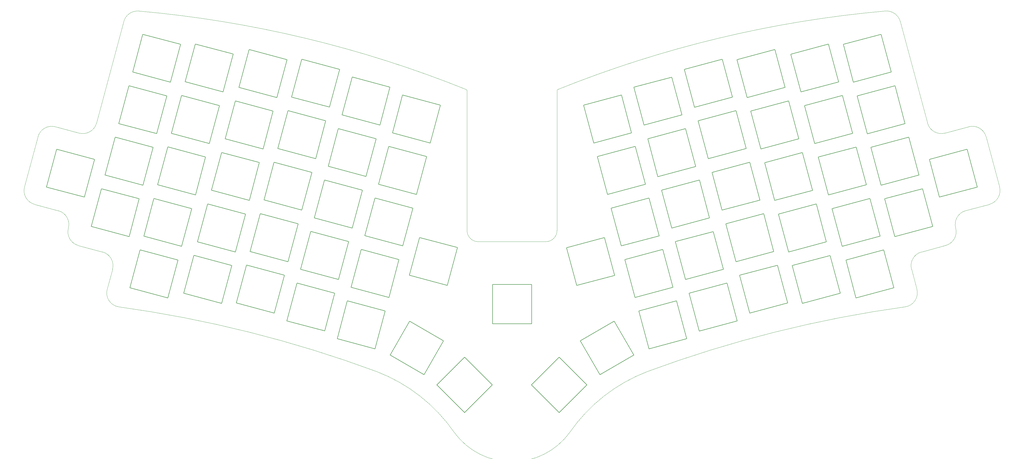
<source format=gm1>
G04 #@! TF.GenerationSoftware,KiCad,Pcbnew,8.0.2*
G04 #@! TF.CreationDate,2024-06-03T01:18:32+01:00*
G04 #@! TF.ProjectId,Ashwing66_topplate,41736877-696e-4673-9636-5f746f70706c,1*
G04 #@! TF.SameCoordinates,Original*
G04 #@! TF.FileFunction,Profile,NP*
%FSLAX46Y46*%
G04 Gerber Fmt 4.6, Leading zero omitted, Abs format (unit mm)*
G04 Created by KiCad (PCBNEW 8.0.2) date 2024-06-03 01:18:32*
%MOMM*%
%LPD*%
G01*
G04 APERTURE LIST*
G04 #@! TA.AperFunction,Profile*
%ADD10C,0.100000*%
G04 #@! TD*
G04 #@! TA.AperFunction,Profile*
%ADD11C,0.150000*%
G04 #@! TD*
G04 APERTURE END LIST*
D10*
X200363552Y-169540917D02*
G75*
G02*
X196363583Y-165540917I48J4000017D01*
G01*
X64030647Y-127131240D02*
G75*
G02*
X57808944Y-130723316I-4906847J1314740D01*
G01*
X57559482Y-170901821D02*
G75*
G02*
X53967319Y-164680107I1314918J4907021D01*
G01*
X382975375Y-156172190D02*
X374497129Y-158446109D01*
X228503552Y-165530917D02*
G75*
G02*
X224503552Y-169530852I-3999952J17D01*
G01*
X41897037Y-156184490D02*
G75*
G02*
X38304944Y-149962783I1314963J4906990D01*
G01*
X164040147Y-215952232D02*
G75*
G02*
X191912523Y-237866079I-21253447J-55714868D01*
G01*
X71847809Y-192820366D02*
G75*
G02*
X164040147Y-215952232I-59770929J-433500554D01*
G01*
X345800473Y-87077667D02*
G75*
G02*
X351126693Y-90853775I385927J-5100033D01*
G01*
X196023552Y-115120917D02*
G75*
G02*
X196363482Y-115590921I-194752J-498783D01*
G01*
X367312928Y-170889519D02*
X358725850Y-173190425D01*
X370905029Y-164667821D02*
G75*
G02*
X374497112Y-158446047I4906971J1314821D01*
G01*
X196363552Y-165540917D02*
X196363552Y-115590917D01*
X79066631Y-87087667D02*
G75*
G02*
X196023553Y-115120916I-36110781J-408650393D01*
G01*
X355133738Y-179412122D02*
G75*
G02*
X358725830Y-173190351I4906962J1314822D01*
G01*
X50375279Y-158458413D02*
G75*
G02*
X53967325Y-164680109I-1314679J-4906787D01*
G01*
X357040207Y-186527135D02*
G75*
G02*
X353024614Y-192808145I-4876207J-1306665D01*
G01*
X66146560Y-173202726D02*
X57559482Y-170901821D01*
X386567470Y-149950479D02*
G75*
G02*
X382975382Y-156172215I-4906570J-1315021D01*
G01*
X260832262Y-215939933D02*
G75*
G02*
X353024600Y-192808061I151962938J-410367267D01*
G01*
X355133738Y-179412122D02*
X357040207Y-186527135D01*
X228503552Y-165530917D02*
X228503552Y-115580917D01*
X67832207Y-186539437D02*
X69738671Y-179424426D01*
X38304942Y-149962782D02*
X43107903Y-132045597D01*
X71847809Y-192820366D02*
G75*
G02*
X67832220Y-186539440I860991J4974566D01*
G01*
X64030647Y-127131240D02*
X73745667Y-90866063D01*
X66146560Y-173202726D02*
G75*
G02*
X69738707Y-179424436I-1314860J-4906974D01*
G01*
X370905029Y-164667821D02*
G75*
G02*
X367312914Y-170889466I-4907029J-1314679D01*
G01*
X351126744Y-90853761D02*
X360841765Y-127118938D01*
X375542807Y-128441193D02*
X367063474Y-130711034D01*
X50375279Y-158458413D02*
X41897037Y-156184490D01*
X57808939Y-130723334D02*
X49329603Y-128453498D01*
X232953116Y-237856083D02*
G75*
G02*
X260832259Y-215939924I49141084J-33821117D01*
G01*
X73745667Y-90866063D02*
G75*
G02*
X79071936Y-87089961I4940193J-1323787D01*
G01*
X224503552Y-169530917D02*
X200363552Y-169540917D01*
X367063474Y-130711034D02*
G75*
G02*
X360841750Y-127118942I-1314974J4906634D01*
G01*
X375542807Y-128441193D02*
G75*
G02*
X381764537Y-132033291I1314993J-4906607D01*
G01*
X228503552Y-115580917D02*
G75*
G02*
X228843527Y-115110854I534748J-28783D01*
G01*
X43107903Y-132045597D02*
G75*
G02*
X49329603Y-128453499I4906877J-1314763D01*
G01*
X381764511Y-132033298D02*
X386567470Y-149950479D01*
X232953116Y-237856083D02*
G75*
G02*
X191912525Y-237866077I-20523976J15107843D01*
G01*
X228843552Y-115110917D02*
G75*
G02*
X345800474Y-87077680I153067648J-380617083D01*
G01*
D11*
X249045528Y-181574312D02*
X235522566Y-185197779D01*
X231899099Y-171674817D01*
X245422061Y-168051351D01*
X249045528Y-181574312D01*
X98057019Y-157691946D02*
X94433552Y-171214907D01*
X80910591Y-167591441D01*
X84534057Y-154068479D01*
X98057019Y-157691946D01*
X343911195Y-167591837D02*
X330388233Y-171215304D01*
X326764766Y-157692342D01*
X340287728Y-154068876D01*
X343911195Y-167591837D01*
X260055043Y-149026090D02*
X246532081Y-152649557D01*
X242908614Y-139126595D01*
X256431576Y-135503129D01*
X260055043Y-149026090D01*
X334050184Y-130790068D02*
X320527222Y-134413535D01*
X316903755Y-120890573D01*
X330426717Y-117267107D01*
X334050184Y-130790068D01*
X329651927Y-187979082D02*
X316128965Y-191602549D01*
X312505498Y-178079587D01*
X326028460Y-174456121D01*
X329651927Y-187979082D01*
X102987523Y-139291052D02*
X99364056Y-152814013D01*
X85841095Y-149190547D01*
X89464561Y-135667585D01*
X102987523Y-139291052D01*
X89128579Y-117409809D02*
X85505112Y-130932770D01*
X71982151Y-127309304D01*
X75605617Y-113786342D01*
X89128579Y-117409809D01*
X122196133Y-141256170D02*
X118572666Y-154779131D01*
X105049705Y-151155665D01*
X108673171Y-137632703D01*
X122196133Y-141256170D01*
X94068501Y-98998294D02*
X90445034Y-112521255D01*
X76922073Y-108897789D01*
X80545539Y-95374827D01*
X94068501Y-98998294D01*
X347909139Y-108908819D02*
X334386177Y-112532286D01*
X330762710Y-99009324D01*
X344285672Y-95385858D01*
X347909139Y-108908819D01*
X131111618Y-181537614D02*
X127488151Y-195060575D01*
X113965190Y-191437109D01*
X117588656Y-177914147D01*
X131111618Y-181537614D01*
X158988488Y-151127799D02*
X155365021Y-164650760D01*
X141842060Y-161027294D01*
X145465526Y-147504332D01*
X158988488Y-151127799D01*
X255124542Y-130625212D02*
X241601580Y-134248679D01*
X237978113Y-120725717D01*
X251501075Y-117102251D01*
X255124542Y-130625212D01*
X329116840Y-112403093D02*
X315593878Y-116026560D01*
X311970411Y-102503598D01*
X325493373Y-98880132D01*
X329116840Y-112403093D01*
X205443553Y-184853845D02*
X219443553Y-184853845D01*
X219443553Y-198853845D01*
X205443553Y-198853845D01*
X205443553Y-184853845D01*
X154067399Y-169518052D02*
X150443932Y-183041013D01*
X136920971Y-179417547D01*
X140544437Y-165894585D01*
X154067399Y-169518052D01*
X205395164Y-220693921D02*
X195495669Y-230593416D01*
X185596174Y-220693921D01*
X195495669Y-210794426D01*
X205395164Y-220693921D01*
X292850154Y-197840094D02*
X279327192Y-201463561D01*
X275703725Y-187940599D01*
X289226687Y-184317133D01*
X292850154Y-197840094D01*
X378634570Y-149988238D02*
X365111608Y-153611705D01*
X361488141Y-140088743D01*
X375011103Y-136465277D01*
X378634570Y-149988238D01*
X177004355Y-157519745D02*
X173380888Y-171042706D01*
X159857927Y-167419240D01*
X163481393Y-153896278D01*
X177004355Y-157519745D01*
X278058643Y-142637434D02*
X264535681Y-146260901D01*
X260912214Y-132737939D01*
X274435176Y-129114473D01*
X278058643Y-142637434D01*
X287922502Y-179425295D02*
X274399540Y-183048762D01*
X270776073Y-169525800D01*
X284299035Y-165902334D01*
X287922502Y-179425295D01*
X264985544Y-167426982D02*
X251462582Y-171050449D01*
X247839115Y-157527487D01*
X261362077Y-153904021D01*
X264985544Y-167426982D01*
X163928409Y-132716286D02*
X160304942Y-146239247D01*
X146781981Y-142615781D01*
X150405447Y-129092819D01*
X163928409Y-132716286D01*
X192948507Y-171655227D02*
X189325040Y-185178188D01*
X175802079Y-181554722D01*
X179425545Y-168031760D01*
X192948507Y-171655227D01*
X181934858Y-139118860D02*
X178311391Y-152641821D01*
X164788430Y-149018355D01*
X168411896Y-135495393D01*
X181934858Y-139118860D01*
X305926097Y-173036629D02*
X292403135Y-176660096D01*
X288779668Y-163137134D01*
X302302630Y-159513668D01*
X305926097Y-173036629D01*
X310853757Y-191451429D02*
X297330795Y-195074896D01*
X293707328Y-181551934D01*
X307230290Y-177928468D01*
X310853757Y-191451429D01*
X187998866Y-204938757D02*
X180998866Y-217063113D01*
X168874511Y-210063113D01*
X175874511Y-197938757D01*
X187998866Y-204938757D01*
X269913209Y-185841783D02*
X256390247Y-189465250D01*
X252766780Y-175942288D01*
X266289742Y-172318822D01*
X269913209Y-185841783D01*
X167143350Y-194321518D02*
X163519883Y-207844479D01*
X149996922Y-204221013D01*
X153620388Y-190698051D01*
X167143350Y-194321518D01*
X296065099Y-136234861D02*
X282542137Y-139858328D01*
X278918670Y-126335366D01*
X292441632Y-122711900D01*
X296065099Y-136234861D01*
X127117220Y-122865901D02*
X123493753Y-136388862D01*
X109970792Y-132765396D01*
X113594258Y-119242434D01*
X127117220Y-122865901D01*
X168858913Y-114315402D02*
X165235446Y-127838363D01*
X151712485Y-124214897D01*
X155335951Y-110691935D01*
X168858913Y-114315402D01*
X93126518Y-176092826D02*
X89503051Y-189615787D01*
X75980090Y-185992321D01*
X79603556Y-172469359D01*
X93126518Y-176092826D01*
X362700648Y-164111484D02*
X349177686Y-167734951D01*
X345554219Y-154211989D01*
X359077181Y-150588523D01*
X362700648Y-164111484D01*
X338977842Y-149204861D02*
X325454880Y-152828328D01*
X321831413Y-139305366D01*
X335354375Y-135681900D01*
X338977842Y-149204861D01*
X136042117Y-163136734D02*
X132418650Y-176659695D01*
X118895689Y-173036229D01*
X122519155Y-159513267D01*
X136042117Y-163136734D01*
X132047714Y-104465020D02*
X128424247Y-117987981D01*
X114901286Y-114364515D01*
X118524752Y-100841553D01*
X132047714Y-104465020D01*
X357770142Y-145710595D02*
X344247180Y-149334062D01*
X340623713Y-135811100D01*
X354146675Y-132187634D01*
X357770142Y-145710595D01*
X149127484Y-187929571D02*
X145504017Y-201452532D01*
X131981056Y-197829066D01*
X135604522Y-184306104D01*
X149127484Y-187929571D01*
X273130991Y-124222632D02*
X259608029Y-127846099D01*
X255984562Y-114323137D01*
X269507524Y-110699671D01*
X273130991Y-124222632D01*
X348841703Y-185992726D02*
X335318741Y-189616193D01*
X331695274Y-176093231D01*
X345218236Y-172469765D01*
X348841703Y-185992726D01*
X145912549Y-126324338D02*
X142289082Y-139847299D01*
X128766121Y-136223833D01*
X132389587Y-122700871D01*
X145912549Y-126324338D01*
X309932768Y-114361631D02*
X296409806Y-117985098D01*
X292786339Y-104462136D01*
X306309301Y-100838670D01*
X309932768Y-114361631D01*
X112325708Y-178068567D02*
X108702241Y-191591528D01*
X95179280Y-187968062D01*
X98802746Y-174445100D01*
X112325708Y-178068567D01*
X319790924Y-151177313D02*
X306267962Y-154800780D01*
X302644495Y-141277818D01*
X316167457Y-137654352D01*
X319790924Y-151177313D01*
X140972627Y-144735848D02*
X137349160Y-158258809D01*
X123826199Y-154635343D01*
X127449665Y-141112381D01*
X140972627Y-144735848D01*
X63327875Y-140095802D02*
X59704408Y-153618763D01*
X46181447Y-149995297D01*
X49804913Y-136472335D01*
X63327875Y-140095802D01*
X84198080Y-135810697D02*
X80574613Y-149333658D01*
X67051652Y-145710192D01*
X70675118Y-132187230D01*
X84198080Y-135810697D01*
X79276995Y-154200955D02*
X75653528Y-167723916D01*
X62130567Y-164100450D01*
X65754033Y-150577488D01*
X79276995Y-154200955D01*
X274846555Y-204228754D02*
X261323593Y-207852221D01*
X257700126Y-194329259D01*
X271223088Y-190705793D01*
X274846555Y-204228754D01*
X117256204Y-159667679D02*
X113632737Y-173190640D01*
X100109776Y-169567174D01*
X103733242Y-156044212D01*
X117256204Y-159667679D01*
X172073859Y-175920630D02*
X168450392Y-189443591D01*
X154927431Y-185820125D01*
X158550897Y-172297163D01*
X172073859Y-175920630D01*
X324724271Y-169564294D02*
X311201309Y-173187761D01*
X307577842Y-159664799D01*
X321100804Y-156041333D01*
X324724271Y-169564294D01*
X282989155Y-161038322D02*
X269466193Y-164661789D01*
X265842726Y-151138827D01*
X279365688Y-147515361D01*
X282989155Y-161038322D01*
X314863273Y-132762524D02*
X301340311Y-136385991D01*
X297716844Y-122863029D01*
X311239806Y-119239563D01*
X314863273Y-132762524D01*
X107918030Y-120890168D02*
X104294563Y-134413129D01*
X90771602Y-130789663D01*
X94395068Y-117266701D01*
X107918030Y-120890168D01*
X186865362Y-120717970D02*
X183241895Y-134240931D01*
X169718934Y-130617465D01*
X173342400Y-117094503D01*
X186865362Y-120717970D01*
X112857951Y-102478661D02*
X109234484Y-116001622D01*
X95711523Y-112378156D01*
X99334989Y-98855194D01*
X112857951Y-102478661D01*
X291134589Y-117833972D02*
X277611627Y-121457439D01*
X273988160Y-107934477D01*
X287511122Y-104311011D01*
X291134589Y-117833972D01*
X239171324Y-220719200D02*
X229271829Y-230618695D01*
X219372334Y-220719200D01*
X229271829Y-210819705D01*
X239171324Y-220719200D01*
X300992750Y-154649658D02*
X287469788Y-158273125D01*
X283846321Y-144750163D01*
X297369283Y-141126697D01*
X300992750Y-154649658D01*
X255953447Y-210074660D02*
X243829092Y-217074660D01*
X236829092Y-204950304D01*
X248953447Y-197950304D01*
X255953447Y-210074660D01*
X150843052Y-107923448D02*
X147219585Y-121446409D01*
X133696624Y-117822943D01*
X137320090Y-104299981D01*
X150843052Y-107923448D01*
X352839642Y-127309703D02*
X339316680Y-130933170D01*
X335693213Y-117410208D01*
X349216175Y-113786742D01*
X352839642Y-127309703D01*
M02*

</source>
